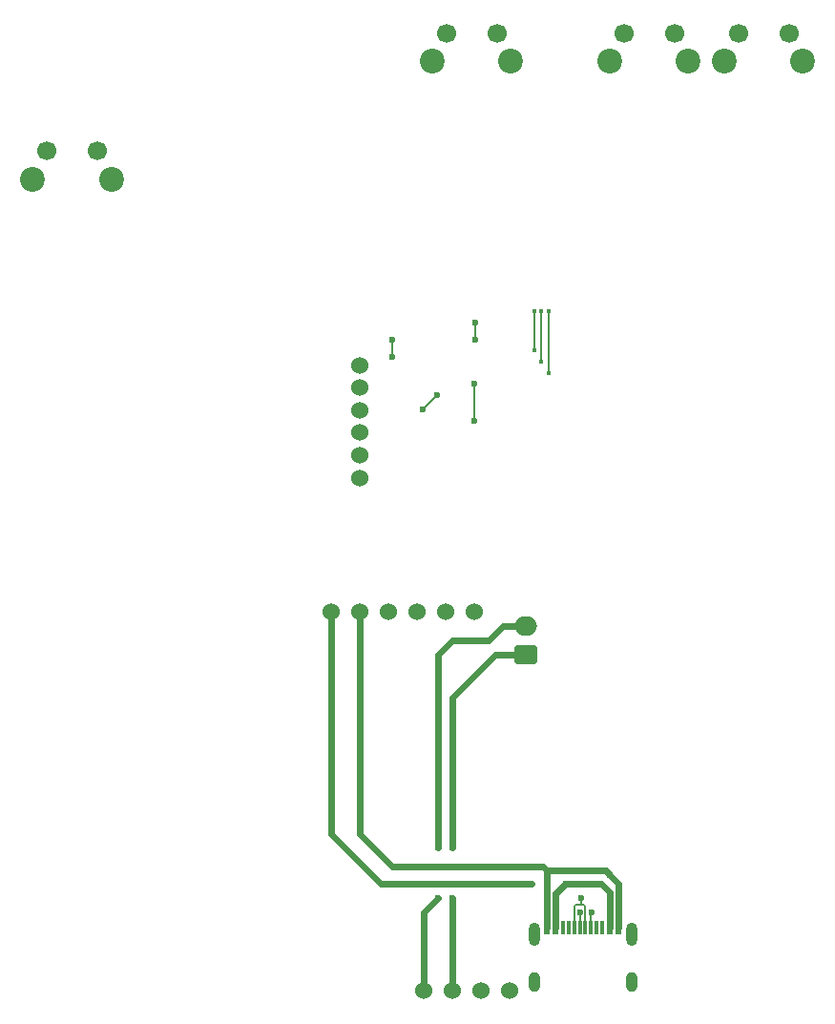
<source format=gbl>
%TF.GenerationSoftware,KiCad,Pcbnew,7.0.2-0*%
%TF.CreationDate,2025-01-26T18:27:29-07:00*%
%TF.ProjectId,LeftMB,4c656674-4d42-42e6-9b69-6361645f7063,rev?*%
%TF.SameCoordinates,Original*%
%TF.FileFunction,Copper,L2,Bot*%
%TF.FilePolarity,Positive*%
%FSLAX46Y46*%
G04 Gerber Fmt 4.6, Leading zero omitted, Abs format (unit mm)*
G04 Created by KiCad (PCBNEW 7.0.2-0) date 2025-01-26 18:27:29*
%MOMM*%
%LPD*%
G01*
G04 APERTURE LIST*
G04 Aperture macros list*
%AMRoundRect*
0 Rectangle with rounded corners*
0 $1 Rounding radius*
0 $2 $3 $4 $5 $6 $7 $8 $9 X,Y pos of 4 corners*
0 Add a 4 corners polygon primitive as box body*
4,1,4,$2,$3,$4,$5,$6,$7,$8,$9,$2,$3,0*
0 Add four circle primitives for the rounded corners*
1,1,$1+$1,$2,$3*
1,1,$1+$1,$4,$5*
1,1,$1+$1,$6,$7*
1,1,$1+$1,$8,$9*
0 Add four rect primitives between the rounded corners*
20,1,$1+$1,$2,$3,$4,$5,0*
20,1,$1+$1,$4,$5,$6,$7,0*
20,1,$1+$1,$6,$7,$8,$9,0*
20,1,$1+$1,$8,$9,$2,$3,0*%
G04 Aperture macros list end*
%TA.AperFunction,ComponentPad*%
%ADD10C,2.200000*%
%TD*%
%TA.AperFunction,ComponentPad*%
%ADD11C,1.700000*%
%TD*%
%TA.AperFunction,ComponentPad*%
%ADD12C,1.524000*%
%TD*%
%TA.AperFunction,ComponentPad*%
%ADD13RoundRect,0.250000X0.750000X-0.600000X0.750000X0.600000X-0.750000X0.600000X-0.750000X-0.600000X0*%
%TD*%
%TA.AperFunction,ComponentPad*%
%ADD14O,2.000000X1.700000*%
%TD*%
%TA.AperFunction,SMDPad,CuDef*%
%ADD15R,0.600000X1.240000*%
%TD*%
%TA.AperFunction,SMDPad,CuDef*%
%ADD16R,0.300000X1.240000*%
%TD*%
%TA.AperFunction,ComponentPad*%
%ADD17O,1.000000X1.800000*%
%TD*%
%TA.AperFunction,ComponentPad*%
%ADD18O,1.000000X2.100000*%
%TD*%
%TA.AperFunction,ViaPad*%
%ADD19C,0.600000*%
%TD*%
%TA.AperFunction,ViaPad*%
%ADD20C,0.400000*%
%TD*%
%TA.AperFunction,Conductor*%
%ADD21C,0.200000*%
%TD*%
%TA.AperFunction,Conductor*%
%ADD22C,0.600000*%
%TD*%
%TA.AperFunction,Conductor*%
%ADD23C,0.000000*%
%TD*%
G04 APERTURE END LIST*
D10*
%TO.P,REF\u002A\u002A,*%
%TO.N,*%
X88992000Y-57237000D03*
X95992000Y-57237000D03*
D11*
%TO.P,REF\u002A\u002A,1*%
%TO.N,N/C*%
X90242000Y-54737000D03*
%TO.P,REF\u002A\u002A,2*%
X94742000Y-54737000D03*
%TD*%
D10*
%TO.P,REF\u002A\u002A,*%
%TO.N,*%
X104740000Y-57237000D03*
X111740000Y-57237000D03*
D11*
%TO.P,REF\u002A\u002A,1*%
%TO.N,N/C*%
X105990000Y-54737000D03*
%TO.P,REF\u002A\u002A,2*%
X110490000Y-54737000D03*
%TD*%
D10*
%TO.P,REF\u002A\u002A,*%
%TO.N,*%
X53523000Y-67687000D03*
X60523000Y-67687000D03*
D11*
%TO.P,REF\u002A\u002A,1*%
%TO.N,N/C*%
X54773000Y-65187000D03*
%TO.P,REF\u002A\u002A,2*%
X59273000Y-65187000D03*
%TD*%
D12*
%TO.P,REF\u002A\u002A,A1*%
%TO.N,N/C*%
X82564000Y-84170000D03*
%TO.P,REF\u002A\u002A,A2*%
X82564000Y-90170000D03*
%TO.P,REF\u002A\u002A,GND*%
X82564000Y-86170000D03*
X82564000Y-92170000D03*
%TO.P,REF\u002A\u002A,SW*%
X82564000Y-88170000D03*
%TO.P,REF\u002A\u002A,VCC*%
X82564000Y-94170000D03*
%TD*%
D10*
%TO.P,REF\u002A\u002A,*%
%TO.N,*%
X114900000Y-57237000D03*
X121900000Y-57237000D03*
D11*
%TO.P,REF\u002A\u002A,1*%
%TO.N,N/C*%
X116150000Y-54737000D03*
%TO.P,REF\u002A\u002A,2*%
X120650000Y-54737000D03*
%TD*%
D12*
%TO.P,B_Sav,B+*%
%TO.N,N/C*%
X90805000Y-139700000D03*
%TO.P,B_Sav,B-*%
X88265000Y-139700000D03*
%TO.P,B_Sav,P+*%
X93345000Y-139700000D03*
%TO.P,B_Sav,P-*%
X95885000Y-139700000D03*
%TD*%
%TO.P,Bat_Man,5V*%
%TO.N,N/C*%
X92730000Y-106075000D03*
%TO.P,Bat_Man,Bat+*%
X85110000Y-106075000D03*
%TO.P,Bat_Man,Bat-*%
X87650000Y-106075000D03*
%TO.P,Bat_Man,CHG+*%
X80030000Y-106075000D03*
%TO.P,Bat_Man,CHG-*%
X82570000Y-106075000D03*
%TO.P,Bat_Man,GND*%
X90190000Y-106075000D03*
%TD*%
D13*
%TO.P,Battery,1*%
%TO.N,N/C*%
X97289500Y-109835000D03*
D14*
%TO.P,Battery,2*%
X97289500Y-107335000D03*
%TD*%
D15*
%TO.P,USB C,A1*%
%TO.N,N/C*%
X105550000Y-134070000D03*
%TO.P,USB C,A4*%
X104750000Y-134070000D03*
D16*
%TO.P,USB C,A5*%
X103600000Y-134070000D03*
%TO.P,USB C,A6*%
X102600000Y-134070000D03*
%TO.P,USB C,A7*%
X102100000Y-134070000D03*
%TO.P,USB C,A8*%
X101100000Y-134070000D03*
D15*
%TO.P,USB C,A9*%
X99950000Y-134070000D03*
%TO.P,USB C,A12*%
X99150000Y-134070000D03*
%TO.P,USB C,B1*%
X99150000Y-134070000D03*
%TO.P,USB C,B4*%
X99950000Y-134070000D03*
D16*
%TO.P,USB C,B5*%
X100600000Y-134070000D03*
%TO.P,USB C,B6*%
X101600000Y-134070000D03*
%TO.P,USB C,B7*%
X103100000Y-134070000D03*
%TO.P,USB C,B8*%
X104100000Y-134070000D03*
D15*
%TO.P,USB C,B9*%
X104750000Y-134070000D03*
%TO.P,USB C,B12*%
X105550000Y-134070000D03*
D17*
%TO.P,USB C,S1*%
X106670000Y-138870000D03*
D18*
X106670000Y-134670000D03*
D17*
X98030000Y-138870000D03*
D18*
X98030000Y-134670000D03*
%TD*%
D19*
%TO.N,*%
X92710000Y-89154000D03*
D20*
X99314000Y-84860000D03*
D19*
X89535000Y-131445000D03*
X92710000Y-85852000D03*
X97790000Y-130175000D03*
X104750000Y-130962000D03*
X102096000Y-132715000D03*
X103112000Y-132715000D03*
X85471000Y-83439000D03*
X100838000Y-130175000D03*
D20*
X98044000Y-79375000D03*
D19*
X85471000Y-81915000D03*
X88138000Y-88138000D03*
D20*
X98679000Y-79375000D03*
D19*
X89408440Y-86867560D03*
X89535000Y-127000000D03*
D20*
X99314000Y-79375000D03*
D19*
X90805000Y-127000000D03*
X92837000Y-80391000D03*
D20*
X98044000Y-82860000D03*
D19*
X102235000Y-131445000D03*
D20*
X98679000Y-83860000D03*
D19*
X92837000Y-81915000D03*
X104775000Y-129413000D03*
X90805000Y-131445000D03*
%TD*%
D21*
%TO.N,*%
X102477000Y-132080000D02*
X102600000Y-132203000D01*
D22*
X80030000Y-125750000D02*
X80030000Y-106075000D01*
X104394000Y-129032000D02*
X99187000Y-129032000D01*
D21*
X102235000Y-131445000D02*
X102108000Y-131572000D01*
D22*
X88265000Y-132715000D02*
X89535000Y-131445000D01*
X99950000Y-131063000D02*
X100838000Y-130175000D01*
X105550000Y-130188000D02*
X105550000Y-134070000D01*
D21*
X102100000Y-132719000D02*
X102096000Y-132715000D01*
D22*
X90805000Y-139700000D02*
X90805000Y-131445000D01*
D21*
X101600000Y-132195000D02*
X101715000Y-132080000D01*
D22*
X99950000Y-134070000D02*
X99950000Y-131063000D01*
D21*
X101600000Y-134070000D02*
X101600000Y-132195000D01*
D22*
X97142500Y-107315000D02*
X97162500Y-107335000D01*
X93980000Y-108585000D02*
X95250000Y-107315000D01*
D21*
X103100000Y-134070000D02*
X103100000Y-132727000D01*
X102100000Y-134070000D02*
X102100000Y-132719000D01*
X99314000Y-84860000D02*
X99314000Y-79375000D01*
D22*
X89535000Y-109855000D02*
X90805000Y-108585000D01*
X104750000Y-130962000D02*
X104750000Y-134070000D01*
D21*
X89408440Y-86867560D02*
X88138000Y-88138000D01*
D22*
X90805000Y-127000000D02*
X90805000Y-113665000D01*
X82570000Y-125750000D02*
X82570000Y-106075000D01*
X104775000Y-129413000D02*
X104394000Y-129032000D01*
D21*
X102096000Y-132080000D02*
X102477000Y-132080000D01*
D22*
X88265000Y-139700000D02*
X88265000Y-132715000D01*
D21*
X102600000Y-132203000D02*
X102600000Y-134070000D01*
X102235000Y-131941000D02*
X102235000Y-131445000D01*
D22*
X90805000Y-108585000D02*
X93980000Y-108585000D01*
X99187000Y-129032000D02*
X98806000Y-128651000D01*
X85471000Y-128651000D02*
X82570000Y-125750000D01*
D21*
X103100000Y-132727000D02*
X103112000Y-132715000D01*
X101715000Y-132080000D02*
X102096000Y-132080000D01*
D22*
X99150000Y-129069000D02*
X99150000Y-134070000D01*
D21*
X92837000Y-81915000D02*
X92837000Y-80391000D01*
X98679000Y-83860000D02*
X98679000Y-79375000D01*
D22*
X90805000Y-113665000D02*
X94635000Y-109835000D01*
X84455000Y-130175000D02*
X80030000Y-125750000D01*
X94635000Y-109835000D02*
X97162500Y-109835000D01*
X89535000Y-127000000D02*
X89535000Y-109855000D01*
X103963000Y-130175000D02*
X104750000Y-130962000D01*
D23*
X89360000Y-113760000D02*
X89670000Y-113760000D01*
D22*
X95250000Y-107315000D02*
X97142500Y-107315000D01*
D21*
X92710000Y-85852000D02*
X92710000Y-89154000D01*
D22*
X104775000Y-129413000D02*
X105550000Y-130188000D01*
D21*
X100838000Y-130175000D02*
X100458000Y-130555000D01*
D22*
X100838000Y-130175000D02*
X103963000Y-130175000D01*
X97790000Y-130175000D02*
X84455000Y-130175000D01*
D21*
X98044000Y-82860000D02*
X98044000Y-79375000D01*
X102096000Y-132080000D02*
X102235000Y-131941000D01*
D22*
X98806000Y-128651000D02*
X85471000Y-128651000D01*
D21*
X85471000Y-81915000D02*
X85471000Y-83439000D01*
%TD*%
M02*

</source>
